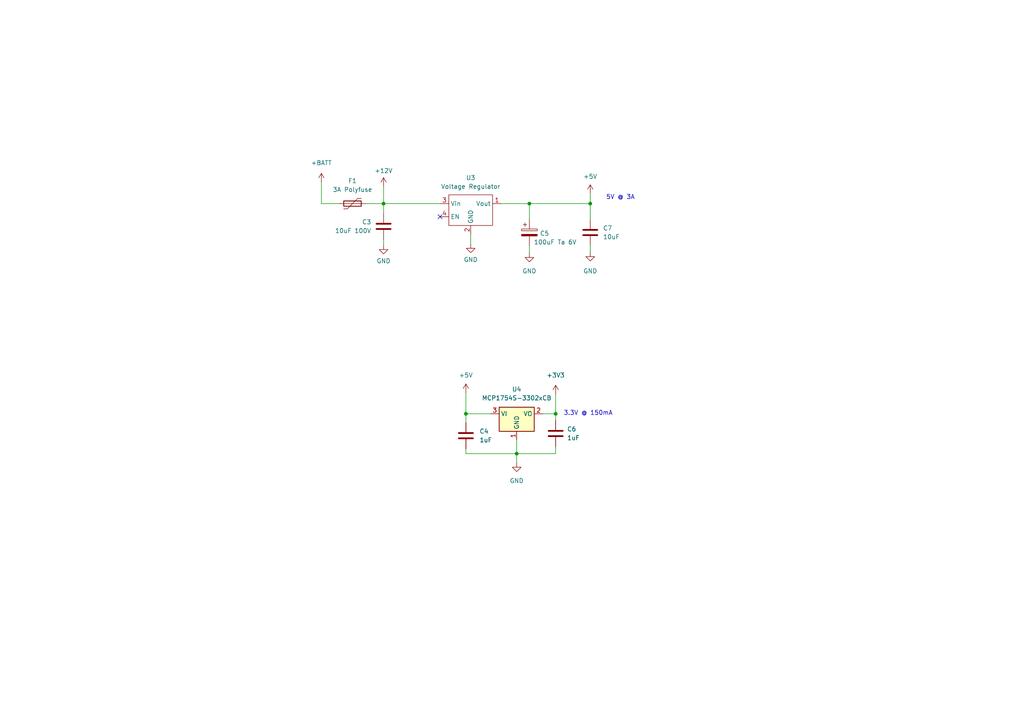
<source format=kicad_sch>
(kicad_sch (version 20211123) (generator eeschema)
  (paper "A4")
  (title_block (title "LINBus Flow Sensor") (date "2023-03-03") (rev "1.0") (company "Gavin Hurlbut"))
  (lib_symbols
    (symbol "Beirdo:Switching_Regulator_Module"
      (property "Reference" "U?" (at 0 5.08 0))
      (property "Value" "Switching_Regulator_Module" (at 0 2.54 0))
      (symbol "Switching_Regulator_Module_0_1"
        (rectangle (start -6.35 0) (end 6.35 -8.89))
      )
      (symbol "Switching_Regulator_Module_1_1"
        (pin power_out line (at 8.89 -2.54 180) (length 2.54) (name "Vout") (number "1"))
        (pin passive line (at 0 -11.43 90) (length 2.54) (name "GND") (number "2"))
        (pin power_in line (at -8.89 -2.54 0) (length 2.54) (name "Vin") (number "3"))
        (pin input line (at -8.89 -6.35 0) (length 2.54) (name "EN") (number "4"))
      )
    )
    (symbol "Device:C" (pin_numbers hide) (pin_names (offset 0.254))
      (property "Reference" "C" (at 0.635 2.54 0))
      (property "Value" "C" (at 0.635 -2.54 0))
      (symbol "C_0_1"
        (polyline (pts (xy -2.032 -0.762) (xy 2.032 -0.762)) (stroke (width 0.508)))
        (polyline (pts (xy -2.032 0.762) (xy 2.032 0.762)) (stroke (width 0.508)))
      )
      (symbol "C_1_1"
        (pin passive line (at 0 3.81 270) (length 2.794) (name "~") (number "1"))
        (pin passive line (at 0 -3.81 90) (length 2.794) (name "~") (number "2"))
      )
    )
    (symbol "Device:C_Polarized" (pin_numbers hide) (pin_names (offset 0.254))
      (property "Reference" "C" (at 0.635 2.54 0))
      (property "Value" "C_Polarized" (at 0.635 -2.54 0))
      (symbol "C_Polarized_0_1"
        (rectangle (start -2.286 0.508) (end 2.286 1.016))
        (polyline (pts (xy -1.778 2.286) (xy -0.762 2.286)))
        (polyline (pts (xy -1.27 2.794) (xy -1.27 1.778)))
        (rectangle (start 2.286 -0.508) (end -2.286 -1.016) (fill (type outline)))
      )
      (symbol "C_Polarized_1_1"
        (pin passive line (at 0 3.81 270) (length 2.794) (name "~") (number "1"))
        (pin passive line (at 0 -3.81 90) (length 2.794) (name "~") (number "2"))
      )
    )
    (symbol "Device:Polyfuse" (pin_numbers hide) (pin_names (offset 0))
      (property "Reference" "F" (at -2.54 0 90))
      (property "Value" "Polyfuse" (at 2.54 0 90))
      (symbol "Polyfuse_0_1"
        (rectangle (start -0.762 2.54) (end 0.762 -2.54) (stroke (width 0.254)))
        (polyline (pts (xy 0 2.54) (xy 0 -2.54)))
        (polyline (pts (xy -1.524 2.54) (xy -1.524 1.524) (xy 1.524 -1.524) (xy 1.524 -2.54)))
      )
      (symbol "Polyfuse_1_1"
        (pin passive line (at 0 3.81 270) (length 1.27) (name "~") (number "1"))
        (pin passive line (at 0 -3.81 90) (length 1.27) (name "~") (number "2"))
      )
    )
    (symbol "Regulator_Linear:MCP1754S-3302xCB"
      (property "Reference" "U" (at -3.81 3.175 0))
      (property "Value" "MCP1754S-3302xCB" (at -0.635 3.175 0))
      (symbol "MCP1754S-3302xCB_0_1"
        (rectangle (start -5.08 -5.08) (end 5.08 1.905) (stroke (width 0.254)) (fill (type background)))
      )
      (symbol "MCP1754S-3302xCB_1_1"
        (pin power_in line (at 0 -7.62 90) (length 2.54) (name "GND") (number "1"))
        (pin power_out line (at 7.62 0 180) (length 2.54) (name "VO") (number "2"))
        (pin power_in line (at -7.62 0 0) (length 2.54) (name "VI") (number "3"))
      )
    )
    (symbol "power:+12V" (power) (pin_names (offset 0))
      (property "Value" "+12V" (at 0 3.556 0))
      (symbol "+12V_0_1"
        (polyline (pts (xy -0.762 1.27) (xy 0 2.54)))
        (polyline (pts (xy 0 0) (xy 0 2.54)))
        (polyline (pts (xy 0 2.54) (xy 0.762 1.27)))
      )
      (symbol "+12V_1_1"
        (pin power_in line (at 0 0 90) (length 0) hide (name "+12V") (number "1"))
      )
    )
    (symbol "power:+3V3" (power) (pin_names (offset 0))
      (property "Value" "+3V3" (at 0 3.556 0))
      (symbol "+3V3_0_1"
        (polyline (pts (xy -0.762 1.27) (xy 0 2.54)))
        (polyline (pts (xy 0 0) (xy 0 2.54)))
        (polyline (pts (xy 0 2.54) (xy 0.762 1.27)))
      )
      (symbol "+3V3_1_1"
        (pin power_in line (at 0 0 90) (length 0) hide (name "+3V3") (number "1"))
      )
    )
    (symbol "power:+5V" (power) (pin_names (offset 0))
      (property "Value" "+5V" (at 0 3.556 0))
      (symbol "+5V_0_1"
        (polyline (pts (xy -0.762 1.27) (xy 0 2.54)))
        (polyline (pts (xy 0 0) (xy 0 2.54)))
        (polyline (pts (xy 0 2.54) (xy 0.762 1.27)))
      )
      (symbol "+5V_1_1"
        (pin power_in line (at 0 0 90) (length 0) hide (name "+5V") (number "1"))
      )
    )
    (symbol "power:+BATT" (power) (pin_names (offset 0))
      (property "Value" "+BATT" (at 0 3.556 0))
      (symbol "+BATT_0_1"
        (polyline (pts (xy -0.762 1.27) (xy 0 2.54)))
        (polyline (pts (xy 0 0) (xy 0 2.54)))
        (polyline (pts (xy 0 2.54) (xy 0.762 1.27)))
      )
      (symbol "+BATT_1_1"
        (pin power_in line (at 0 0 90) (length 0) hide (name "+BATT") (number "1"))
      )
    )
    (symbol "power:GND" (power) (pin_names (offset 0))
      (property "Value" "GND" (at 0 -3.81 0))
      (symbol "GND_0_1"
        (polyline (pts (xy 0 0) (xy 0 -1.27) (xy 1.27 -1.27) (xy 0 -2.54) (xy -1.27 -1.27) (xy 0 -1.27)))
      )
      (symbol "GND_1_1"
        (pin power_in line (at 0 0 270) (length 0) hide (name "GND") (number "1"))
      )
    )
  )
  (junction (at 135.128 120.015))
  (junction (at 111.252 59.055))
  (junction (at 171.196 59.055))
  (junction (at 161.163 120.015))
  (junction (at 149.86 131.572))
  (junction (at 153.543 59.055))
  (no_connect (at 127.635 62.865))
  (wire (pts (xy 135.128 113.919) (xy 135.128 120.015)))
  (wire (pts (xy 149.86 127.635) (xy 149.86 131.572)))
  (wire (pts (xy 135.128 131.572) (xy 149.86 131.572)))
  (wire (pts (xy 157.48 120.015) (xy 161.163 120.015)))
  (wire (pts (xy 145.415 59.055) (xy 153.543 59.055)))
  (wire (pts (xy 135.128 120.015) (xy 135.128 122.555)))
  (wire (pts (xy 149.86 131.572) (xy 149.86 134.239)))
  (wire (pts (xy 111.252 59.055) (xy 127.635 59.055)))
  (wire (pts (xy 153.543 59.055) (xy 153.543 63.627)))
  (wire (pts (xy 136.525 67.945) (xy 136.525 70.739)))
  (wire (pts (xy 161.163 129.54) (xy 161.163 131.572)))
  (wire (pts (xy 171.196 71.247) (xy 171.196 73.152)))
  (wire (pts (xy 171.196 56.134) (xy 171.196 59.055)))
  (wire (pts (xy 161.163 114.3) (xy 161.163 120.015)))
  (wire (pts (xy 153.543 59.055) (xy 171.196 59.055)))
  (wire (pts (xy 161.163 120.015) (xy 161.163 121.92)))
  (wire (pts (xy 153.543 71.247) (xy 153.543 73.406)))
  (wire (pts (xy 171.196 59.055) (xy 171.196 63.627)))
  (wire (pts (xy 135.128 120.015) (xy 142.24 120.015)))
  (wire (pts (xy 98.425 59.055) (xy 93.218 59.055)))
  (wire (pts (xy 106.045 59.055) (xy 111.252 59.055)))
  (wire (pts (xy 135.128 130.175) (xy 135.128 131.572)))
  (wire (pts (xy 111.252 54.102) (xy 111.252 59.055)))
  (wire (pts (xy 93.218 59.055) (xy 93.218 52.832)))
  (wire (pts (xy 149.86 131.572) (xy 161.163 131.572)))
  (wire (pts (xy 111.252 69.469) (xy 111.252 71.12)))
  (wire (pts (xy 111.252 59.055) (xy 111.252 61.849)))
  (text "3.3V @ 150mA" (at 163.449 120.65 0) (effects (font (size 1.27 1.27)) (justify left bottom)))
  (text "5V @ 3A" (at 184.15 58.039 180) (effects (font (size 1.27 1.27)) (justify right bottom)))
  (symbol (lib_id "power:GND") (at 136.525 70.739 0) (unit 1)
    (property "Reference" "#PWR021" (effects hide))
    (property "Value" "GND" (at 136.525 75.311 0))
  )
  (symbol (lib_id "Device:C") (at 171.196 67.437 0) (unit 1)
    (property "Reference" "C7" (at 174.879 66.1669 0) (effects (justify left)))
    (property "Value" "10uF" (at 174.879 68.7069 0) (effects (justify left)))
    (property "Footprint" "Capacitor_SMD:C_0805_2012Metric_Pad1.18x1.45mm_HandSolder" (effects hide))
  )
  (symbol (lib_id "power:GND") (at 111.252 71.12 0) (unit 1)
    (property "Reference" "#PWR013" (effects hide))
    (property "Value" "GND" (at 111.252 75.692 0))
  )
  (symbol (lib_id "Device:C") (at 111.252 65.659 0) (mirror y) (unit 1)
    (property "Reference" "C3" (at 107.696 64.3889 0) (effects (justify left)))
    (property "Value" "10uF 100V" (at 107.696 66.9289 0) (effects (justify left)))
    (property "Footprint" "Capacitor_SMD:C_1210_3225Metric_Pad1.33x2.70mm_HandSolder" (effects hide))
  )
  (symbol (lib_id "Device:C") (at 135.128 126.365 0) (unit 1)
    (property "Reference" "C4" (at 139.065 125.0949 0) (effects (justify left)))
    (property "Value" "1uF" (at 139.065 127.6349 0) (effects (justify left)))
    (property "Footprint" "Capacitor_SMD:C_0805_2012Metric_Pad1.18x1.45mm_HandSolder" (effects hide))
  )
  (symbol (lib_id "power:+BATT") (at 93.218 52.832 0) (unit 1)
    (property "Reference" "#PWR09" (effects hide))
    (property "Value" "+BATT" (at 93.218 47.244 0))
  )
  (symbol (lib_id "Device:C") (at 161.163 125.73 0) (unit 1)
    (property "Reference" "C6" (at 164.465 124.4599 0) (effects (justify left)))
    (property "Value" "1uF" (at 164.465 126.9999 0) (effects (justify left)))
    (property "Footprint" "Capacitor_SMD:C_0805_2012Metric_Pad1.18x1.45mm_HandSolder" (effects hide))
  )
  (symbol (lib_id "Device:Polyfuse") (at 102.235 59.055 90) (unit 1)
    (property "Reference" "F1" (at 102.235 52.451 90))
    (property "Value" "3A Polyfuse" (at 102.235 54.991 90))
    (property "Footprint" "Resistor_SMD:R_1812_4532Metric_Pad1.30x3.40mm_HandSolder" (effects hide))
    (property "Digikey" "F2772CT-ND" (effects hide))
  )
  (symbol (lib_id "power:+5V") (at 171.196 56.134 0) (unit 1)
    (property "Reference" "#PWR025" (effects hide))
    (property "Value" "+5V" (at 171.196 51.181 0))
  )
  (symbol (lib_id "Device:C_Polarized") (at 153.543 67.437 0) (unit 1)
    (property "Reference" "C5" (at 156.591 67.691 0) (effects (justify left)))
    (property "Value" "100uF Ta 6V" (at 154.813 70.231 0) (effects (justify left)))
    (property "Footprint" "Capacitor_Tantalum_SMD:CP_EIA-3216-10_Kemet-I_Pad1.58x1.35mm_HandSolder" (effects hide))
  )
  (symbol (lib_id "Regulator_Linear:MCP1754S-3302xCB") (at 149.86 120.015 0) (unit 1)
    (property "Reference" "U4" (at 149.86 112.903 0))
    (property "Value" "MCP1754S-3302xCB" (at 149.86 115.443 0))
    (property "Footprint" "Package_TO_SOT_SMD:SOT-23" (effects hide))
    (property "Datasheet" "http://ww1.microchip.com/downloads/en/DeviceDoc/20002276C.pdf" (effects hide))
  )
  (symbol (lib_id "Beirdo:Switching_Regulator_Module") (at 136.525 56.515 0) (unit 1)
    (property "Reference" "U3" (at 136.525 51.562 0))
    (property "Value" "Voltage Regulator" (at 136.525 54.102 0))
    (property "Footprint" "Beirdo:Switching_Regulator_Module" (effects hide))
    (property "ASIN" "B08R6337QY" (effects hide))
  )
  (symbol (lib_id "power:GND") (at 149.86 134.239 0) (unit 1)
    (property "Reference" "#PWR022" (effects hide))
    (property "Value" "GND" (at 149.86 139.446 0))
  )
  (symbol (lib_id "power:+3V3") (at 161.163 114.3 0) (unit 1)
    (property "Reference" "#PWR024" (effects hide))
    (property "Value" "+3V3" (at 161.163 108.839 0))
  )
  (symbol (lib_id "power:GND") (at 171.196 73.152 0) (unit 1)
    (property "Reference" "#PWR026" (effects hide))
    (property "Value" "GND" (at 171.196 78.613 0))
  )
  (symbol (lib_id "power:GND") (at 153.543 73.406 0) (unit 1)
    (property "Reference" "#PWR023" (effects hide))
    (property "Value" "GND" (at 153.543 78.613 0))
  )
  (symbol (lib_id "power:+12V") (at 111.252 54.102 0) (unit 1)
    (property "Reference" "#PWR010" (effects hide))
    (property "Value" "+12V" (at 111.252 49.53 0))
  )
  (symbol (lib_id "power:+5V") (at 135.128 113.919 0) (unit 1)
    (property "Reference" "#PWR020" (effects hide))
    (property "Value" "+5V" (at 135.128 108.839 0))
  )
)
</source>
